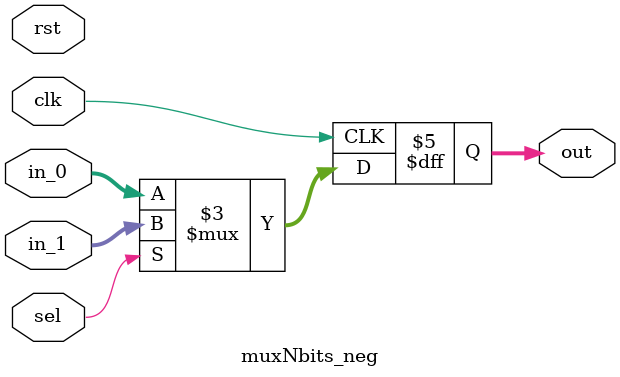
<source format=v>
/*******************************
    MUTIFLEXER N bits
*******************************/
module muxNbits_neg
#(parameter N=5)(
    input [N-1:0] in_0, in_1,
    input sel, clk, rst,
    output [N-1:0] out
);
always @(negedge clk) begin
    if(sel)
        out = in_1;
    else
        out = in_0;
end

endmodule

</source>
